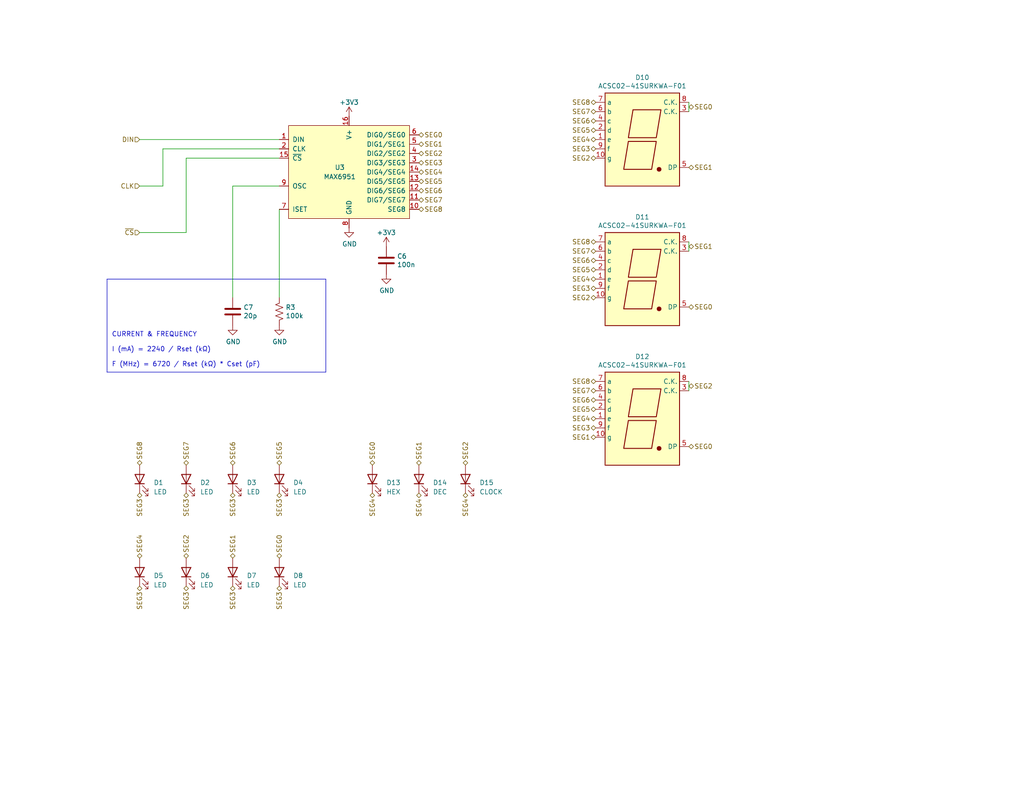
<source format=kicad_sch>
(kicad_sch (version 20230121) (generator eeschema)
  (paper "USLetter")
  (title_block (title "MQTT Thermocouple") (date "2021-07-06") (rev "A") (company "University of Wisconsin-Madison") (comment 1 "Department of Chemistry") (comment 2 "Instrument Shop") (comment 3 "Blaise Thompson") (comment 4 "blaise.thompson@wisc.edu"))
  (lib_symbols
    (symbol "ACSC02-41SURKWA-F01:ACSC02-41SURKWA-F01"
      (property "Reference" "D" (at -7.874 13.97 0))
      (property "Value" "ACSC02-41SURKWA-F01" (at 4.064 13.97 0))
      (symbol "ACSC02-41SURKWA-F01_0_1"
        (rectangle (start -10.16 12.7) (end 10.16 -12.7) (stroke (width 0.254)) (fill (type background)))
        (polyline (pts (xy -3.81 -0.508) (xy 3.81 -0.508) (xy 2.54 -8.128) (xy -5.08 -8.128) (xy -3.81 -0.508) (xy -3.81 -0.508)) (stroke (width 0.254)))
        (polyline (pts (xy -2.54 8.128) (xy 5.08 8.128) (xy 3.81 0.508) (xy -3.81 0.508) (xy -2.54 8.128) (xy -2.54 8.128)) (stroke (width 0.254)))
        (circle (center 4.572 -8.128) (radius 0.508) (stroke (width 0.254)) (fill (type outline)))
      )
      (symbol "ACSC02-41SURKWA-F01_1_1"
        (pin passive line (at -12.7 0 0) (length 2.54) (name "e") (number "1"))
        (pin passive line (at -12.7 -5.08 0) (length 2.54) (name "g") (number "10"))
        (pin passive line (at -12.7 2.54 0) (length 2.54) (name "d") (number "2"))
        (pin passive line (at 12.7 7.62 180) (length 2.54) (name "C.K.") (number "3"))
        (pin passive line (at -12.7 5.08 0) (length 2.54) (name "c") (number "4"))
        (pin passive line (at 12.7 -7.62 180) (length 2.54) (name "DP") (number "5"))
        (pin passive line (at -12.7 7.62 0) (length 2.54) (name "b") (number "6"))
        (pin passive line (at -12.7 10.16 0) (length 2.54) (name "a") (number "7"))
        (pin passive line (at 12.7 10.16 180) (length 2.54) (name "C.K.") (number "8"))
        (pin passive line (at -12.7 -2.54 0) (length 2.54) (name "f") (number "9"))
      )
    )
    (symbol "Device:C" (pin_numbers hide) (pin_names (offset 0.254))
      (property "Reference" "C" (at 0.635 2.54 0))
      (property "Value" "C" (at 0.635 -2.54 0))
      (symbol "C_0_1"
        (polyline (pts (xy -2.032 -0.762) (xy 2.032 -0.762)) (stroke (width 0.508)))
        (polyline (pts (xy -2.032 0.762) (xy 2.032 0.762)) (stroke (width 0.508)))
      )
      (symbol "C_1_1"
        (pin passive line (at 0 3.81 270) (length 2.794) (name "~") (number "1"))
        (pin passive line (at 0 -3.81 90) (length 2.794) (name "~") (number "2"))
      )
    )
    (symbol "Device:LED" (pin_numbers hide) (pin_names (offset 1.016) hide)
      (property "Reference" "D" (at 0 2.54 0))
      (property "Value" "LED" (at 0 -2.54 0))
      (symbol "LED_0_1"
        (polyline (pts (xy -1.27 -1.27) (xy -1.27 1.27)) (stroke (width 0.254)))
        (polyline (pts (xy -1.27 0) (xy 1.27 0)))
        (polyline (pts (xy 1.27 -1.27) (xy 1.27 1.27) (xy -1.27 0) (xy 1.27 -1.27)) (stroke (width 0.254)))
        (polyline (pts (xy -3.048 -0.762) (xy -4.572 -2.286) (xy -3.81 -2.286) (xy -4.572 -2.286) (xy -4.572 -1.524)))
        (polyline (pts (xy -1.778 -0.762) (xy -3.302 -2.286) (xy -2.54 -2.286) (xy -3.302 -2.286) (xy -3.302 -1.524)))
      )
      (symbol "LED_1_1"
        (pin passive line (at -3.81 0 0) (length 2.54) (name "K") (number "1"))
        (pin passive line (at 3.81 0 180) (length 2.54) (name "A") (number "2"))
      )
    )
    (symbol "Device:R_US" (pin_numbers hide) (pin_names (offset 0))
      (property "Reference" "R" (at 2.54 0 90))
      (property "Value" "R_US" (at -2.54 0 90))
      (symbol "R_US_0_1"
        (polyline (pts (xy 0 -2.286) (xy 0 -2.54)))
        (polyline (pts (xy 0 2.286) (xy 0 2.54)))
        (polyline (pts (xy 0 -0.762) (xy 1.016 -1.143) (xy 0 -1.524) (xy -1.016 -1.905) (xy 0 -2.286)))
        (polyline (pts (xy 0 0.762) (xy 1.016 0.381) (xy 0 0) (xy -1.016 -0.381) (xy 0 -0.762)))
        (polyline (pts (xy 0 2.286) (xy 1.016 1.905) (xy 0 1.524) (xy -1.016 1.143) (xy 0 0.762)))
      )
      (symbol "R_US_1_1"
        (pin passive line (at 0 3.81 270) (length 1.27) (name "~") (number "1"))
        (pin passive line (at 0 -3.81 90) (length 1.27) (name "~") (number "2"))
      )
    )
    (symbol "MAX6951:MAX6951" (pin_names (offset 1.016))
      (property "Reference" "U" (at 0 2.54 0))
      (property "Value" "MAX6951" (at 0 0 0))
      (symbol "MAX6951_0_1"
        (rectangle (start 16.51 12.7) (end -16.51 -12.7) (fill (type background)))
      )
      (symbol "MAX6951_1_1"
        (pin passive line (at -19.05 8.89 0) (length 2.54) (name "DIN") (number "1"))
        (pin passive line (at 19.05 -10.16 180) (length 2.54) (name "SEG8") (number "10"))
        (pin passive line (at 19.05 -7.62 180) (length 2.54) (name "DIG7/SEG7") (number "11"))
        (pin passive line (at 19.05 -5.08 180) (length 2.54) (name "DIG6/SEG6") (number "12"))
        (pin passive line (at 19.05 -2.54 180) (length 2.54) (name "DIG5/SEG5") (number "13"))
        (pin passive line (at 19.05 0 180) (length 2.54) (name "DIG4/SEG4") (number "14"))
        (pin passive line (at -19.05 3.81 0) (length 2.54) (name "~{CS}") (number "15"))
        (pin power_in line (at 0 15.24 270) (length 2.54) (name "V+") (number "16"))
        (pin passive line (at -19.05 6.35 0) (length 2.54) (name "CLK") (number "2"))
        (pin passive line (at 19.05 2.54 180) (length 2.54) (name "DIG3/SEG3") (number "3"))
        (pin passive line (at 19.05 5.08 180) (length 2.54) (name "DIG2/SEG2") (number "4"))
        (pin passive line (at 19.05 7.62 180) (length 2.54) (name "DIG1/SEG1") (number "5"))
        (pin passive line (at 19.05 10.16 180) (length 2.54) (name "DIG0/SEG0") (number "6"))
        (pin passive line (at -19.05 -10.16 0) (length 2.54) (name "ISET") (number "7"))
        (pin power_in line (at 0 -15.24 90) (length 2.54) (name "GND") (number "8"))
        (pin passive line (at -19.05 -3.81 0) (length 2.54) (name "OSC") (number "9"))
      )
    )
    (symbol "power:+3V3" (power) (pin_names (offset 0))
      (property "Value" "+3V3" (at 0 3.556 0))
      (symbol "+3V3_0_1"
        (polyline (pts (xy -0.762 1.27) (xy 0 2.54)))
        (polyline (pts (xy 0 0) (xy 0 2.54)))
        (polyline (pts (xy 0 2.54) (xy 0.762 1.27)))
      )
      (symbol "+3V3_1_1"
        (pin power_in line (at 0 0 90) (length 0) hide (name "+3V3") (number "1"))
      )
    )
    (symbol "power:GND" (power) (pin_names (offset 0))
      (property "Value" "GND" (at 0 -3.81 0))
      (symbol "GND_0_1"
        (polyline (pts (xy 0 0) (xy 0 -1.27) (xy 1.27 -1.27) (xy 0 -2.54) (xy -1.27 -1.27) (xy 0 -1.27)))
      )
      (symbol "GND_1_1"
        (pin power_in line (at 0 0 270) (length 0) hide (name "GND") (number "1"))
      )
    )
  )
  (wire (pts (xy 63.5 81.28) (xy 63.5 50.8)))
  (polyline (pts (xy 88.9 76.2) (xy 88.9 101.6)))
  (polyline (pts (xy 29.21 76.2) (xy 88.9 76.2)))
  (wire (pts (xy 76.2 57.15) (xy 76.2 81.28)))
  (wire (pts (xy 50.8 43.18) (xy 76.2 43.18)))
  (wire (pts (xy 187.96 104.14) (xy 187.96 106.68)))
  (polyline (pts (xy 88.9 101.6) (xy 29.21 101.6)))
  (wire (pts (xy 44.45 50.8) (xy 38.1 50.8)))
  (wire (pts (xy 76.2 38.1) (xy 38.1 38.1)))
  (polyline (pts (xy 29.21 101.6) (xy 29.21 76.2)))
  (wire (pts (xy 50.8 63.5) (xy 50.8 43.18)))
  (wire (pts (xy 187.96 27.94) (xy 187.96 30.48)))
  (wire (pts (xy 187.96 66.04) (xy 187.96 68.58)))
  (wire (pts (xy 76.2 40.64) (xy 44.45 40.64)))
  (wire (pts (xy 63.5 50.8) (xy 76.2 50.8)))
  (wire (pts (xy 38.1 63.5) (xy 50.8 63.5)))
  (wire (pts (xy 44.45 40.64) (xy 44.45 50.8)))
  (text "CURRENT & FREQUENCY\n\nI (mA) = 2240 / Rset (kΩ)\n\nF (MHz) = 6720 / Rset (kΩ) * Cset (pF)" (at 30.48 100.33 0) (effects (font (size 1.27 1.27)) (justify left bottom)))
  (hierarchical_label "SEG2" (shape bidirectional) (at 50.8 152.4 90))
  (hierarchical_label "SEG4" (shape bidirectional) (at 162.56 38.1 180))
  (hierarchical_label "SEG3" (shape bidirectional) (at 76.2 134.62 270))
  (hierarchical_label "SEG7" (shape bidirectional) (at 50.8 127 90))
  (hierarchical_label "SEG5" (shape bidirectional) (at 162.56 73.66 180))
  (hierarchical_label "SEG0" (shape bidirectional) (at 76.2 152.4 90))
  (hierarchical_label "SEG4" (shape bidirectional) (at 162.56 114.3 180))
  (hierarchical_label "SEG1" (shape bidirectional) (at 114.3 127 90))
  (hierarchical_label "SEG2" (shape bidirectional) (at 114.3 41.91 0))
  (hierarchical_label "SEG3" (shape bidirectional) (at 76.2 160.02 270))
  (hierarchical_label "SEG3" (shape bidirectional) (at 63.5 134.62 270))
  (hierarchical_label "SEG1" (shape bidirectional) (at 162.56 119.38 180))
  (hierarchical_label "SEG2" (shape bidirectional) (at 187.96 105.41 0))
  (hierarchical_label "~{CS}" (shape input) (at 38.1 63.5 180))
  (hierarchical_label "SEG2" (shape bidirectional) (at 162.56 43.18 180))
  (hierarchical_label "SEG7" (shape bidirectional) (at 162.56 106.68 180))
  (hierarchical_label "SEG3" (shape bidirectional) (at 114.3 44.45 0))
  (hierarchical_label "SEG1" (shape bidirectional) (at 114.3 39.37 0))
  (hierarchical_label "SEG6" (shape bidirectional) (at 162.56 71.12 180))
  (hierarchical_label "SEG4" (shape bidirectional) (at 101.6 134.62 270))
  (hierarchical_label "SEG1" (shape bidirectional) (at 63.5 152.4 90))
  (hierarchical_label "SEG8" (shape bidirectional) (at 162.56 104.14 180))
  (hierarchical_label "SEG8" (shape bidirectional) (at 114.3 57.15 0))
  (hierarchical_label "SEG6" (shape bidirectional) (at 162.56 109.22 180))
  (hierarchical_label "SEG3" (shape bidirectional) (at 38.1 160.02 270))
  (hierarchical_label "SEG0" (shape bidirectional) (at 101.6 127 90))
  (hierarchical_label "SEG4" (shape bidirectional) (at 114.3 46.99 0))
  (hierarchical_label "SEG3" (shape bidirectional) (at 162.56 78.74 180))
  (hierarchical_label "SEG5" (shape bidirectional) (at 114.3 49.53 0))
  (hierarchical_label "SEG3" (shape bidirectional) (at 38.1 134.62 270))
  (hierarchical_label "SEG5" (shape bidirectional) (at 76.2 127 90))
  (hierarchical_label "SEG4" (shape bidirectional) (at 38.1 152.4 90))
  (hierarchical_label "SEG0" (shape bidirectional) (at 114.3 36.83 0))
  (hierarchical_label "SEG6" (shape bidirectional) (at 114.3 52.07 0))
  (hierarchical_label "SEG2" (shape bidirectional) (at 127 127 90))
  (hierarchical_label "SEG4" (shape bidirectional) (at 127 134.62 270))
  (hierarchical_label "DIN" (shape input) (at 38.1 38.1 180))
  (hierarchical_label "SEG7" (shape bidirectional) (at 162.56 68.58 180))
  (hierarchical_label "CLK" (shape input) (at 38.1 50.8 180))
  (hierarchical_label "SEG3" (shape bidirectional) (at 162.56 40.64 180))
  (hierarchical_label "SEG0" (shape bidirectional) (at 187.96 29.21 0))
  (hierarchical_label "SEG3" (shape bidirectional) (at 50.8 134.62 270))
  (hierarchical_label "SEG6" (shape bidirectional) (at 63.5 127 90))
  (hierarchical_label "SEG4" (shape bidirectional) (at 114.3 134.62 270))
  (hierarchical_label "SEG5" (shape bidirectional) (at 162.56 35.56 180))
  (hierarchical_label "SEG8" (shape bidirectional) (at 162.56 66.04 180))
  (hierarchical_label "SEG3" (shape bidirectional) (at 162.56 116.84 180))
  (hierarchical_label "SEG0" (shape bidirectional) (at 187.96 121.92 0))
  (hierarchical_label "SEG1" (shape bidirectional) (at 187.96 45.72 0))
  (hierarchical_label "SEG3" (shape bidirectional) (at 50.8 160.02 270))
  (hierarchical_label "SEG8" (shape bidirectional) (at 162.56 27.94 180))
  (hierarchical_label "SEG3" (shape bidirectional) (at 63.5 160.02 270))
  (hierarchical_label "SEG7" (shape bidirectional) (at 114.3 54.61 0))
  (hierarchical_label "SEG4" (shape bidirectional) (at 162.56 76.2 180))
  (hierarchical_label "SEG6" (shape bidirectional) (at 162.56 33.02 180))
  (hierarchical_label "SEG1" (shape bidirectional) (at 187.96 67.31 0))
  (hierarchical_label "SEG5" (shape bidirectional) (at 162.56 111.76 180))
  (hierarchical_label "SEG8" (shape bidirectional) (at 38.1 127 90))
  (hierarchical_label "SEG7" (shape bidirectional) (at 162.56 30.48 180))
  (hierarchical_label "SEG0" (shape bidirectional) (at 187.96 83.82 0))
  (hierarchical_label "SEG2" (shape bidirectional) (at 162.56 81.28 180))
  (symbol (lib_id "MAX6951:MAX6951") (at 95.25 46.99 0) (unit 1)
    (property "Reference" "U3" (at 92.71 45.72 0))
    (property "Value" "MAX6951" (at 92.71 48.26 0))
    (property "Footprint" "Package_SO:QSOP-16_3.9x4.9mm_P0.635mm" (effects hide))
  )
  (symbol (lib_id "ACSC02-41SURKWA-F01:ACSC02-41SURKWA-F01") (at 175.26 38.1 0) (unit 1)
    (property "Reference" "D10" (at 175.26 21.1582 0))
    (property "Value" "ACSC02-41SURKWA-F01" (at 175.26 23.4696 0))
    (property "Footprint" "footprints:ACSC02-41SURKWA-F01" (effects hide))
  )
  (symbol (lib_id "ACSC02-41SURKWA-F01:ACSC02-41SURKWA-F01") (at 175.26 76.2 0) (unit 1)
    (property "Reference" "D11" (at 175.26 59.2582 0))
    (property "Value" "ACSC02-41SURKWA-F01" (at 175.26 61.5696 0))
    (property "Footprint" "footprints:ACSC02-41SURKWA-F01" (effects hide))
  )
  (symbol (lib_id "ACSC02-41SURKWA-F01:ACSC02-41SURKWA-F01") (at 175.26 114.3 0) (unit 1)
    (property "Reference" "D12" (at 175.26 97.3582 0))
    (property "Value" "ACSC02-41SURKWA-F01" (at 175.26 99.6696 0))
    (property "Footprint" "footprints:ACSC02-41SURKWA-F01" (effects hide))
  )
  (symbol (lib_id "power:GND") (at 95.25 62.23 0) (unit 1)
    (property "Reference" "#PWR0108" (effects hide))
    (property "Value" "GND" (at 95.377 66.6242 0))
  )
  (symbol (lib_id "Device:R_US") (at 76.2 85.09 0) (mirror y) (unit 1)
    (property "Reference" "R3" (at 77.9272 83.9216 0) (effects (justify right)))
    (property "Value" "100k" (at 77.9272 86.233 0) (effects (justify right)))
    (property "Footprint" "Resistor_SMD:R_1206_3216Metric_Pad1.30x1.75mm_HandSolder" (effects hide))
  )
  (symbol (lib_id "power:GND") (at 76.2 88.9 0) (unit 1)
    (property "Reference" "#PWR0116" (effects hide))
    (property "Value" "GND" (at 76.327 93.2942 0))
  )
  (symbol (lib_id "Device:C") (at 63.5 85.09 0) (unit 1)
    (property "Reference" "C7" (at 66.421 83.9216 0) (effects (justify left)))
    (property "Value" "20p" (at 66.421 86.233 0) (effects (justify left)))
    (property "Footprint" "Capacitor_SMD:C_1206_3216Metric_Pad1.33x1.80mm_HandSolder" (effects hide))
  )
  (symbol (lib_id "power:GND") (at 63.5 88.9 0) (unit 1)
    (property "Reference" "#PWR0117" (effects hide))
    (property "Value" "GND" (at 63.627 93.2942 0))
  )
  (symbol (lib_id "Device:C") (at 105.41 71.12 0) (unit 1)
    (property "Reference" "C6" (at 108.331 69.9516 0) (effects (justify left)))
    (property "Value" "100n" (at 108.331 72.263 0) (effects (justify left)))
    (property "Footprint" "Capacitor_SMD:C_1206_3216Metric_Pad1.33x1.80mm_HandSolder" (effects hide))
  )
  (symbol (lib_id "power:GND") (at 105.41 74.93 0) (unit 1)
    (property "Reference" "#PWR0118" (effects hide))
    (property "Value" "GND" (at 105.537 79.3242 0))
  )
  (symbol (lib_id "Device:LED") (at 50.8 156.21 90) (unit 1)
    (property "Reference" "D6" (at 54.61 157.1625 90) (effects (justify right)))
    (property "Value" "LED" (at 54.61 159.7025 90) (effects (justify right)))
    (property "Footprint" "LED_SMD:LED_1206_3216Metric_Pad1.42x1.75mm_HandSolder" (effects hide))
  )
  (symbol (lib_id "Device:LED") (at 127 130.81 90) (unit 1)
    (property "Reference" "D15" (at 130.81 131.7625 90) (effects (justify right)))
    (property "Value" "CLOCK" (at 130.81 134.3025 90) (effects (justify right)))
    (property "Footprint" "LED_SMD:LED_1206_3216Metric_Pad1.42x1.75mm_HandSolder" (effects hide))
  )
  (symbol (lib_id "Device:LED") (at 63.5 156.21 90) (unit 1)
    (property "Reference" "D7" (at 67.31 157.1625 90) (effects (justify right)))
    (property "Value" "LED" (at 67.31 159.7025 90) (effects (justify right)))
    (property "Footprint" "LED_SMD:LED_1206_3216Metric_Pad1.42x1.75mm_HandSolder" (effects hide))
  )
  (symbol (lib_id "Device:LED") (at 38.1 130.81 90) (unit 1)
    (property "Reference" "D1" (at 41.91 131.7625 90) (effects (justify right)))
    (property "Value" "LED" (at 41.91 134.3025 90) (effects (justify right)))
    (property "Footprint" "LED_SMD:LED_1206_3216Metric_Pad1.42x1.75mm_HandSolder" (effects hide))
  )
  (symbol (lib_id "Device:LED") (at 114.3 130.81 90) (unit 1)
    (property "Reference" "D14" (at 118.11 131.7625 90) (effects (justify right)))
    (property "Value" "DEC" (at 118.11 134.3025 90) (effects (justify right)))
    (property "Footprint" "LED_SMD:LED_1206_3216Metric_Pad1.42x1.75mm_HandSolder" (effects hide))
  )
  (symbol (lib_id "Device:LED") (at 50.8 130.81 90) (unit 1)
    (property "Reference" "D2" (at 54.61 131.7625 90) (effects (justify right)))
    (property "Value" "LED" (at 54.61 134.3025 90) (effects (justify right)))
    (property "Footprint" "LED_SMD:LED_1206_3216Metric_Pad1.42x1.75mm_HandSolder" (effects hide))
  )
  (symbol (lib_id "Device:LED") (at 38.1 156.21 90) (unit 1)
    (property "Reference" "D5" (at 41.91 157.1625 90) (effects (justify right)))
    (property "Value" "LED" (at 41.91 159.7025 90) (effects (justify right)))
    (property "Footprint" "LED_SMD:LED_1206_3216Metric_Pad1.42x1.75mm_HandSolder" (effects hide))
  )
  (symbol (lib_id "power:+3V3") (at 95.25 31.75 0) (unit 1)
    (property "Reference" "#PWR015" (effects hide))
    (property "Value" "+3V3" (at 95.25 27.94 0))
  )
  (symbol (lib_id "power:+3V3") (at 105.41 67.31 0) (unit 1)
    (property "Reference" "#PWR014" (effects hide))
    (property "Value" "+3V3" (at 105.41 63.5 0))
  )
  (symbol (lib_id "Device:LED") (at 101.6 130.81 90) (unit 1)
    (property "Reference" "D13" (at 105.41 131.7625 90) (effects (justify right)))
    (property "Value" "HEX" (at 105.41 134.3025 90) (effects (justify right)))
    (property "Footprint" "LED_SMD:LED_1206_3216Metric_Pad1.42x1.75mm_HandSolder" (effects hide))
  )
  (symbol (lib_id "Device:LED") (at 63.5 130.81 90) (unit 1)
    (property "Reference" "D3" (at 67.31 131.7625 90) (effects (justify right)))
    (property "Value" "LED" (at 67.31 134.3025 90) (effects (justify right)))
    (property "Footprint" "LED_SMD:LED_1206_3216Metric_Pad1.42x1.75mm_HandSolder" (effects hide))
  )
  (symbol (lib_id "Device:LED") (at 76.2 156.21 90) (unit 1)
    (property "Reference" "D8" (at 80.01 157.1625 90) (effects (justify right)))
    (property "Value" "LED" (at 80.01 159.7025 90) (effects (justify right)))
    (property "Footprint" "LED_SMD:LED_1206_3216Metric_Pad1.42x1.75mm_HandSolder" (effects hide))
  )
  (symbol (lib_id "Device:LED") (at 76.2 130.81 90) (unit 1)
    (property "Reference" "D4" (at 80.01 131.7625 90) (effects (justify right)))
    (property "Value" "LED" (at 80.01 134.3025 90) (effects (justify right)))
    (property "Footprint" "LED_SMD:LED_1206_3216Metric_Pad1.42x1.75mm_HandSolder" (effects hide))
  )
)
</source>
